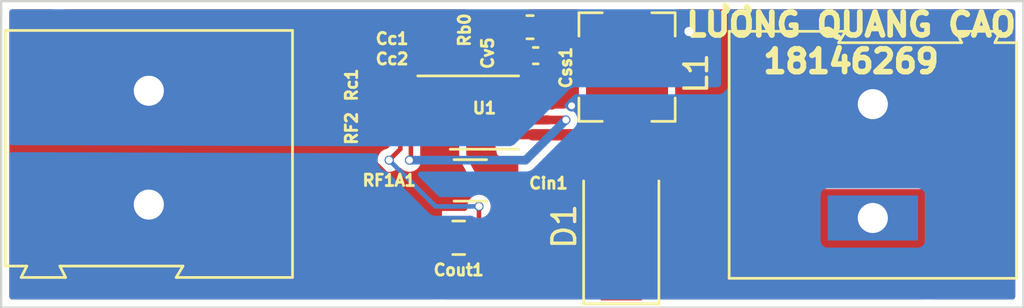
<source format=kicad_pcb>
(kicad_pcb (version 20171130) (host pcbnew "(5.1.8)-1")

  (general
    (thickness 1.6)
    (drawings 5)
    (tracks 76)
    (zones 0)
    (modules 15)
    (nets 10)
  )

  (page A4)
  (layers
    (0 F.Cu signal)
    (31 B.Cu signal)
    (32 B.Adhes user)
    (33 F.Adhes user)
    (34 B.Paste user)
    (35 F.Paste user)
    (36 B.SilkS user)
    (37 F.SilkS user)
    (38 B.Mask user)
    (39 F.Mask user)
    (40 Dwgs.User user)
    (41 Cmts.User user)
    (42 Eco1.User user)
    (43 Eco2.User user)
    (44 Edge.Cuts user)
    (45 Margin user)
    (46 B.CrtYd user)
    (47 F.CrtYd user)
    (48 B.Fab user)
    (49 F.Fab user)
  )

  (setup
    (last_trace_width 0.5)
    (user_trace_width 0.2)
    (user_trace_width 0.3)
    (user_trace_width 0.381)
    (user_trace_width 0.5)
    (trace_clearance 0.2)
    (zone_clearance 0.308)
    (zone_45_only no)
    (trace_min 0.2)
    (via_size 0.8)
    (via_drill 0.4)
    (via_min_size 0.4)
    (via_min_drill 0.3)
    (user_via 0.4 0.3)
    (user_via 0.5 0.3)
    (uvia_size 0.3)
    (uvia_drill 0.1)
    (uvias_allowed no)
    (uvia_min_size 0.2)
    (uvia_min_drill 0.1)
    (edge_width 0.05)
    (segment_width 0.2)
    (pcb_text_width 0.3)
    (pcb_text_size 1.5 1.5)
    (mod_edge_width 0.12)
    (mod_text_size 1 1)
    (mod_text_width 0.15)
    (pad_size 1.524 1.524)
    (pad_drill 0.762)
    (pad_to_mask_clearance 0)
    (aux_axis_origin 0 0)
    (visible_elements FFFFFF7F)
    (pcbplotparams
      (layerselection 0x010fc_ffffffff)
      (usegerberextensions false)
      (usegerberattributes true)
      (usegerberadvancedattributes true)
      (creategerberjobfile true)
      (excludeedgelayer true)
      (linewidth 0.100000)
      (plotframeref false)
      (viasonmask false)
      (mode 1)
      (useauxorigin false)
      (hpglpennumber 1)
      (hpglpenspeed 20)
      (hpglpendiameter 15.000000)
      (psnegative false)
      (psa4output false)
      (plotreference true)
      (plotvalue true)
      (plotinvisibletext false)
      (padsonsilk false)
      (subtractmaskfromsilk false)
      (outputformat 1)
      (mirror false)
      (drillshape 1)
      (scaleselection 1)
      (outputdirectory ""))
  )

  (net 0 "")
  (net 1 "Net-(Cc1-Pad1)")
  (net 2 "Net-(Cc1-Pad2)")
  (net 3 GND)
  (net 4 VIN)
  (net 5 VOUT)
  (net 6 "Net-(Css1-Pad1)")
  (net 7 "Net-(Cv5-Pad1)")
  (net 8 "Net-(D1-Pad2)")
  (net 9 "Net-(RF1A1-Pad1)")

  (net_class Default "This is the default net class."
    (clearance 0.2)
    (trace_width 0.25)
    (via_dia 0.8)
    (via_drill 0.4)
    (uvia_dia 0.3)
    (uvia_drill 0.1)
    (add_net GND)
    (add_net "Net-(Cc1-Pad1)")
    (add_net "Net-(Cc1-Pad2)")
    (add_net "Net-(Css1-Pad1)")
    (add_net "Net-(Cv5-Pad1)")
    (add_net "Net-(D1-Pad2)")
    (add_net "Net-(RF1A1-Pad1)")
    (add_net VIN)
    (add_net VOUT)
  )

  (module Capacitor_SMD:C_01005_0402Metric (layer F.Cu) (tedit 5F68FEEE) (tstamp 5FF278BF)
    (at 108 81.5 180)
    (descr "Capacitor SMD 01005 (0402 Metric), square (rectangular) end terminal, IPC_7351 nominal, (Body size source: http://www.vishay.com/docs/20056/crcw01005e3.pdf), generated with kicad-footprint-generator")
    (tags capacitor)
    (path /5FF21D16)
    (attr smd)
    (fp_text reference Cc1 (at 0.05 1.744) (layer F.SilkS)
      (effects (font (size 0.5 0.5) (thickness 0.125)))
    )
    (fp_text value 3900pF (at 0 1) (layer F.Fab) hide
      (effects (font (size 1 1) (thickness 0.15)))
    )
    (fp_line (start 0.6 0.3) (end -0.6 0.3) (layer F.CrtYd) (width 0.05))
    (fp_line (start 0.6 -0.3) (end 0.6 0.3) (layer F.CrtYd) (width 0.05))
    (fp_line (start -0.6 -0.3) (end 0.6 -0.3) (layer F.CrtYd) (width 0.05))
    (fp_line (start -0.6 0.3) (end -0.6 -0.3) (layer F.CrtYd) (width 0.05))
    (fp_line (start 0.2 0.1) (end -0.2 0.1) (layer F.Fab) (width 0.1))
    (fp_line (start 0.2 -0.1) (end 0.2 0.1) (layer F.Fab) (width 0.1))
    (fp_line (start -0.2 -0.1) (end 0.2 -0.1) (layer F.Fab) (width 0.1))
    (fp_line (start -0.2 0.1) (end -0.2 -0.1) (layer F.Fab) (width 0.1))
    (fp_text user %R (at 0 -0.62) (layer F.Fab)
      (effects (font (size 0.25 0.25) (thickness 0.04)))
    )
    (pad "" smd roundrect (at -0.275 0 180) (size 0.27 0.27) (layers F.Paste) (roundrect_rratio 0.25))
    (pad "" smd roundrect (at 0.275 0 180) (size 0.27 0.27) (layers F.Paste) (roundrect_rratio 0.25))
    (pad 1 smd roundrect (at -0.25 0 180) (size 0.4 0.3) (layers F.Cu F.Mask) (roundrect_rratio 0.25)
      (net 1 "Net-(Cc1-Pad1)"))
    (pad 2 smd roundrect (at 0.25 0 180) (size 0.4 0.3) (layers F.Cu F.Mask) (roundrect_rratio 0.25)
      (net 2 "Net-(Cc1-Pad2)"))
    (model ${KISYS3DMOD}/Capacitor_SMD.3dshapes/C_01005_0402Metric.wrl
      (at (xyz 0 0 0))
      (scale (xyz 1 1 1))
      (rotate (xyz 0 0 0))
    )
  )

  (module Capacitor_SMD:C_01005_0402Metric (layer F.Cu) (tedit 5F68FEEE) (tstamp 5FF278D0)
    (at 108 82.5 180)
    (descr "Capacitor SMD 01005 (0402 Metric), square (rectangular) end terminal, IPC_7351 nominal, (Body size source: http://www.vishay.com/docs/20056/crcw01005e3.pdf), generated with kicad-footprint-generator")
    (tags capacitor)
    (path /5FF24693)
    (attr smd)
    (fp_text reference Cc2 (at 0.05 1.855) (layer F.SilkS)
      (effects (font (size 0.5 0.5) (thickness 0.125)))
    )
    (fp_text value 10pF (at 0 1) (layer F.Fab) hide
      (effects (font (size 1 1) (thickness 0.15)))
    )
    (fp_text user %R (at 0 -0.62) (layer F.Fab)
      (effects (font (size 0.25 0.25) (thickness 0.04)))
    )
    (fp_line (start -0.2 0.1) (end -0.2 -0.1) (layer F.Fab) (width 0.1))
    (fp_line (start -0.2 -0.1) (end 0.2 -0.1) (layer F.Fab) (width 0.1))
    (fp_line (start 0.2 -0.1) (end 0.2 0.1) (layer F.Fab) (width 0.1))
    (fp_line (start 0.2 0.1) (end -0.2 0.1) (layer F.Fab) (width 0.1))
    (fp_line (start -0.6 0.3) (end -0.6 -0.3) (layer F.CrtYd) (width 0.05))
    (fp_line (start -0.6 -0.3) (end 0.6 -0.3) (layer F.CrtYd) (width 0.05))
    (fp_line (start 0.6 -0.3) (end 0.6 0.3) (layer F.CrtYd) (width 0.05))
    (fp_line (start 0.6 0.3) (end -0.6 0.3) (layer F.CrtYd) (width 0.05))
    (pad 2 smd roundrect (at 0.25 0 180) (size 0.4 0.3) (layers F.Cu F.Mask) (roundrect_rratio 0.25)
      (net 3 GND))
    (pad 1 smd roundrect (at -0.25 0 180) (size 0.4 0.3) (layers F.Cu F.Mask) (roundrect_rratio 0.25)
      (net 1 "Net-(Cc1-Pad1)"))
    (pad "" smd roundrect (at 0.275 0 180) (size 0.27 0.27) (layers F.Paste) (roundrect_rratio 0.25))
    (pad "" smd roundrect (at -0.275 0 180) (size 0.27 0.27) (layers F.Paste) (roundrect_rratio 0.25))
    (model ${KISYS3DMOD}/Capacitor_SMD.3dshapes/C_01005_0402Metric.wrl
      (at (xyz 0 0 0))
      (scale (xyz 1 1 1))
      (rotate (xyz 0 0 0))
    )
  )

  (module Capacitor_SMD:C_1206_3216Metric (layer F.Cu) (tedit 5F68FEEE) (tstamp 5FF278E1)
    (at 111.379 85.979 180)
    (descr "Capacitor SMD 1206 (3216 Metric), square (rectangular) end terminal, IPC_7351 nominal, (Body size source: IPC-SM-782 page 76, https://www.pcb-3d.com/wordpress/wp-content/uploads/ipc-sm-782a_amendment_1_and_2.pdf), generated with kicad-footprint-generator")
    (tags capacitor)
    (path /5FF352C4)
    (attr smd)
    (fp_text reference Cin1 (at -3.429 -0.127) (layer F.SilkS)
      (effects (font (size 0.5 0.5) (thickness 0.125)))
    )
    (fp_text value "10uF 6.3V" (at 0 1.85) (layer F.Fab) hide
      (effects (font (size 1 1) (thickness 0.15)))
    )
    (fp_line (start 2.3 1.15) (end -2.3 1.15) (layer F.CrtYd) (width 0.05))
    (fp_line (start 2.3 -1.15) (end 2.3 1.15) (layer F.CrtYd) (width 0.05))
    (fp_line (start -2.3 -1.15) (end 2.3 -1.15) (layer F.CrtYd) (width 0.05))
    (fp_line (start -2.3 1.15) (end -2.3 -1.15) (layer F.CrtYd) (width 0.05))
    (fp_line (start -0.711252 0.91) (end 0.711252 0.91) (layer F.SilkS) (width 0.12))
    (fp_line (start -0.711252 -0.91) (end 0.711252 -0.91) (layer F.SilkS) (width 0.12))
    (fp_line (start 1.6 0.8) (end -1.6 0.8) (layer F.Fab) (width 0.1))
    (fp_line (start 1.6 -0.8) (end 1.6 0.8) (layer F.Fab) (width 0.1))
    (fp_line (start -1.6 -0.8) (end 1.6 -0.8) (layer F.Fab) (width 0.1))
    (fp_line (start -1.6 0.8) (end -1.6 -0.8) (layer F.Fab) (width 0.1))
    (fp_text user %R (at 0 0) (layer F.Fab) hide
      (effects (font (size 0.8 0.8) (thickness 0.12)))
    )
    (pad 1 smd roundrect (at -1.475 0 180) (size 1.15 1.8) (layers F.Cu F.Paste F.Mask) (roundrect_rratio 0.217391)
      (net 4 VIN))
    (pad 2 smd roundrect (at 1.475 0 180) (size 1.15 1.8) (layers F.Cu F.Paste F.Mask) (roundrect_rratio 0.217391)
      (net 3 GND))
    (model ${KISYS3DMOD}/Capacitor_SMD.3dshapes/C_1206_3216Metric.wrl
      (at (xyz 0 0 0))
      (scale (xyz 1 1 1))
      (rotate (xyz 0 0 0))
    )
  )

  (module Capacitor_SMD:C_0805_2012Metric (layer F.Cu) (tedit 5F68FEEE) (tstamp 5FF2ACD0)
    (at 110.871 88.5 180)
    (descr "Capacitor SMD 0805 (2012 Metric), square (rectangular) end terminal, IPC_7351 nominal, (Body size source: IPC-SM-782 page 76, https://www.pcb-3d.com/wordpress/wp-content/uploads/ipc-sm-782a_amendment_1_and_2.pdf, https://docs.google.com/spreadsheets/d/1BsfQQcO9C6DZCsRaXUlFlo91Tg2WpOkGARC1WS5S8t0/edit?usp=sharing), generated with kicad-footprint-generator")
    (tags capacitor)
    (path /5FF3ADA8)
    (attr smd)
    (fp_text reference Cout1 (at 0 -1.416) (layer F.SilkS)
      (effects (font (size 0.5 0.5) (thickness 0.125)))
    )
    (fp_text value "10uF 10V" (at 0 1.68) (layer F.Fab) hide
      (effects (font (size 1 1) (thickness 0.15)))
    )
    (fp_line (start 1.7 0.98) (end -1.7 0.98) (layer F.CrtYd) (width 0.05))
    (fp_line (start 1.7 -0.98) (end 1.7 0.98) (layer F.CrtYd) (width 0.05))
    (fp_line (start -1.7 -0.98) (end 1.7 -0.98) (layer F.CrtYd) (width 0.05))
    (fp_line (start -1.7 0.98) (end -1.7 -0.98) (layer F.CrtYd) (width 0.05))
    (fp_line (start -0.261252 0.735) (end 0.261252 0.735) (layer F.SilkS) (width 0.12))
    (fp_line (start -0.261252 -0.735) (end 0.261252 -0.735) (layer F.SilkS) (width 0.12))
    (fp_line (start 1 0.625) (end -1 0.625) (layer F.Fab) (width 0.1))
    (fp_line (start 1 -0.625) (end 1 0.625) (layer F.Fab) (width 0.1))
    (fp_line (start -1 -0.625) (end 1 -0.625) (layer F.Fab) (width 0.1))
    (fp_line (start -1 0.625) (end -1 -0.625) (layer F.Fab) (width 0.1))
    (fp_text user %R (at 0 0) (layer F.Fab)
      (effects (font (size 0.5 0.5) (thickness 0.08)))
    )
    (pad 1 smd roundrect (at -0.95 0 180) (size 1 1.45) (layers F.Cu F.Paste F.Mask) (roundrect_rratio 0.25)
      (net 5 VOUT))
    (pad 2 smd roundrect (at 0.95 0 180) (size 1 1.45) (layers F.Cu F.Paste F.Mask) (roundrect_rratio 0.25)
      (net 3 GND))
    (model ${KISYS3DMOD}/Capacitor_SMD.3dshapes/C_0805_2012Metric.wrl
      (at (xyz 0 0 0))
      (scale (xyz 1 1 1))
      (rotate (xyz 0 0 0))
    )
  )

  (module Capacitor_SMD:C_0402_1005Metric (layer F.Cu) (tedit 5F68FEEE) (tstamp 5FF27903)
    (at 114.25 80.5)
    (descr "Capacitor SMD 0402 (1005 Metric), square (rectangular) end terminal, IPC_7351 nominal, (Body size source: IPC-SM-782 page 76, https://www.pcb-3d.com/wordpress/wp-content/uploads/ipc-sm-782a_amendment_1_and_2.pdf), generated with kicad-footprint-generator")
    (tags capacitor)
    (path /5FF2FA73)
    (attr smd)
    (fp_text reference Css1 (at 1.32 0.526 90) (layer F.SilkS)
      (effects (font (size 0.5 0.5) (thickness 0.125)))
    )
    (fp_text value 10nF (at 0 1.16) (layer F.Fab) hide
      (effects (font (size 1 1) (thickness 0.15)))
    )
    (fp_line (start 0.91 0.46) (end -0.91 0.46) (layer F.CrtYd) (width 0.05))
    (fp_line (start 0.91 -0.46) (end 0.91 0.46) (layer F.CrtYd) (width 0.05))
    (fp_line (start -0.91 -0.46) (end 0.91 -0.46) (layer F.CrtYd) (width 0.05))
    (fp_line (start -0.91 0.46) (end -0.91 -0.46) (layer F.CrtYd) (width 0.05))
    (fp_line (start -0.107836 0.36) (end 0.107836 0.36) (layer F.SilkS) (width 0.12))
    (fp_line (start -0.107836 -0.36) (end 0.107836 -0.36) (layer F.SilkS) (width 0.12))
    (fp_line (start 0.5 0.25) (end -0.5 0.25) (layer F.Fab) (width 0.1))
    (fp_line (start 0.5 -0.25) (end 0.5 0.25) (layer F.Fab) (width 0.1))
    (fp_line (start -0.5 -0.25) (end 0.5 -0.25) (layer F.Fab) (width 0.1))
    (fp_line (start -0.5 0.25) (end -0.5 -0.25) (layer F.Fab) (width 0.1))
    (fp_text user %R (at 0 0) (layer F.Fab)
      (effects (font (size 0.25 0.25) (thickness 0.04)))
    )
    (pad 1 smd roundrect (at -0.48 0) (size 0.56 0.62) (layers F.Cu F.Paste F.Mask) (roundrect_rratio 0.25)
      (net 6 "Net-(Css1-Pad1)"))
    (pad 2 smd roundrect (at 0.48 0) (size 0.56 0.62) (layers F.Cu F.Paste F.Mask) (roundrect_rratio 0.25)
      (net 3 GND))
    (model ${KISYS3DMOD}/Capacitor_SMD.3dshapes/C_0402_1005Metric.wrl
      (at (xyz 0 0 0))
      (scale (xyz 1 1 1))
      (rotate (xyz 0 0 0))
    )
  )

  (module Capacitor_SMD:C_0603_1608Metric (layer F.Cu) (tedit 5F68FEEE) (tstamp 5FF27914)
    (at 114 79.25)
    (descr "Capacitor SMD 0603 (1608 Metric), square (rectangular) end terminal, IPC_7351 nominal, (Body size source: IPC-SM-782 page 76, https://www.pcb-3d.com/wordpress/wp-content/uploads/ipc-sm-782a_amendment_1_and_2.pdf), generated with kicad-footprint-generator")
    (tags capacitor)
    (path /5FF2EF14)
    (attr smd)
    (fp_text reference Cv5 (at -1.859 1.141 270) (layer F.SilkS)
      (effects (font (size 0.5 0.5) (thickness 0.125)))
    )
    (fp_text value "1uF 10V" (at 2 1.43) (layer F.Fab) hide
      (effects (font (size 1 1) (thickness 0.15)))
    )
    (fp_line (start 1.48 0.73) (end -1.48 0.73) (layer F.CrtYd) (width 0.05))
    (fp_line (start 1.48 -0.73) (end 1.48 0.73) (layer F.CrtYd) (width 0.05))
    (fp_line (start -1.48 -0.73) (end 1.48 -0.73) (layer F.CrtYd) (width 0.05))
    (fp_line (start -1.48 0.73) (end -1.48 -0.73) (layer F.CrtYd) (width 0.05))
    (fp_line (start -0.14058 0.51) (end 0.14058 0.51) (layer F.SilkS) (width 0.12))
    (fp_line (start -0.14058 -0.51) (end 0.14058 -0.51) (layer F.SilkS) (width 0.12))
    (fp_line (start 0.8 0.4) (end -0.8 0.4) (layer F.Fab) (width 0.1))
    (fp_line (start 0.8 -0.4) (end 0.8 0.4) (layer F.Fab) (width 0.1))
    (fp_line (start -0.8 -0.4) (end 0.8 -0.4) (layer F.Fab) (width 0.1))
    (fp_line (start -0.8 0.4) (end -0.8 -0.4) (layer F.Fab) (width 0.1))
    (fp_text user %R (at 0 0) (layer F.Fab)
      (effects (font (size 0.4 0.4) (thickness 0.06)))
    )
    (pad 1 smd roundrect (at -0.775 0) (size 0.9 0.95) (layers F.Cu F.Paste F.Mask) (roundrect_rratio 0.25)
      (net 7 "Net-(Cv5-Pad1)"))
    (pad 2 smd roundrect (at 0.775 0) (size 0.9 0.95) (layers F.Cu F.Paste F.Mask) (roundrect_rratio 0.25)
      (net 3 GND))
    (model ${KISYS3DMOD}/Capacitor_SMD.3dshapes/C_0603_1608Metric.wrl
      (at (xyz 0 0 0))
      (scale (xyz 1 1 1))
      (rotate (xyz 0 0 0))
    )
  )

  (module Diode_SMD:D_SMA (layer F.Cu) (tedit 586432E5) (tstamp 5FF2792C)
    (at 118 88 90)
    (descr "Diode SMA (DO-214AC)")
    (tags "Diode SMA (DO-214AC)")
    (path /5FF38666)
    (attr smd)
    (fp_text reference D1 (at 0 -2.5 90) (layer F.SilkS)
      (effects (font (size 1 1) (thickness 0.15)))
    )
    (fp_text value B240A (at 0 2.6 90) (layer F.Fab) hide
      (effects (font (size 1 1) (thickness 0.15)))
    )
    (fp_line (start -3.4 -1.65) (end 2 -1.65) (layer F.SilkS) (width 0.12))
    (fp_line (start -3.4 1.65) (end 2 1.65) (layer F.SilkS) (width 0.12))
    (fp_line (start -0.64944 0.00102) (end 0.50118 -0.79908) (layer F.Fab) (width 0.1))
    (fp_line (start -0.64944 0.00102) (end 0.50118 0.75032) (layer F.Fab) (width 0.1))
    (fp_line (start 0.50118 0.75032) (end 0.50118 -0.79908) (layer F.Fab) (width 0.1))
    (fp_line (start -0.64944 -0.79908) (end -0.64944 0.80112) (layer F.Fab) (width 0.1))
    (fp_line (start 0.50118 0.00102) (end 1.4994 0.00102) (layer F.Fab) (width 0.1))
    (fp_line (start -0.64944 0.00102) (end -1.55114 0.00102) (layer F.Fab) (width 0.1))
    (fp_line (start -3.5 1.75) (end -3.5 -1.75) (layer F.CrtYd) (width 0.05))
    (fp_line (start 3.5 1.75) (end -3.5 1.75) (layer F.CrtYd) (width 0.05))
    (fp_line (start 3.5 -1.75) (end 3.5 1.75) (layer F.CrtYd) (width 0.05))
    (fp_line (start -3.5 -1.75) (end 3.5 -1.75) (layer F.CrtYd) (width 0.05))
    (fp_line (start 2.3 -1.5) (end -2.3 -1.5) (layer F.Fab) (width 0.1))
    (fp_line (start 2.3 -1.5) (end 2.3 1.5) (layer F.Fab) (width 0.1))
    (fp_line (start -2.3 1.5) (end -2.3 -1.5) (layer F.Fab) (width 0.1))
    (fp_line (start 2.3 1.5) (end -2.3 1.5) (layer F.Fab) (width 0.1))
    (fp_line (start -3.4 -1.65) (end -3.4 1.65) (layer F.SilkS) (width 0.12))
    (fp_text user %R (at 0 -2.5 90) (layer F.Fab)
      (effects (font (size 1 1) (thickness 0.15)))
    )
    (pad 1 smd rect (at -2 0 90) (size 2.5 1.8) (layers F.Cu F.Paste F.Mask)
      (net 5 VOUT))
    (pad 2 smd rect (at 2 0 90) (size 2.5 1.8) (layers F.Cu F.Paste F.Mask)
      (net 8 "Net-(D1-Pad2)"))
    (model ${KISYS3DMOD}/Diode_SMD.3dshapes/D_SMA.wrl
      (at (xyz 0 0 0))
      (scale (xyz 1 1 1))
      (rotate (xyz 0 0 0))
    )
  )

  (module TerminalBlock:TerminalBlock_Altech_AK300-2_P5.00mm (layer F.Cu) (tedit 59FF0306) (tstamp 5FF27993)
    (at 97.282 82.042 270)
    (descr "Altech AK300 terminal block, pitch 5.0mm, 45 degree angled, see http://www.mouser.com/ds/2/16/PCBMETRC-24178.pdf")
    (tags "Altech AK300 terminal block pitch 5.0mm")
    (path /5FF2AF99)
    (fp_text reference J1 (at 3.683 -2.921 90) (layer F.SilkS) hide
      (effects (font (size 1 1) (thickness 0.15)))
    )
    (fp_text value INPUT (at 2.78 7.75 90) (layer F.Fab) hide
      (effects (font (size 1 1) (thickness 0.15)))
    )
    (fp_line (start 8.36 6.47) (end -2.83 6.47) (layer F.CrtYd) (width 0.05))
    (fp_line (start 8.36 6.47) (end 8.36 -6.47) (layer F.CrtYd) (width 0.05))
    (fp_line (start -2.83 -6.47) (end -2.83 6.47) (layer F.CrtYd) (width 0.05))
    (fp_line (start -2.83 -6.47) (end 8.36 -6.47) (layer F.CrtYd) (width 0.05))
    (fp_line (start 3.36 -0.25) (end 6.67 -0.25) (layer F.Fab) (width 0.1))
    (fp_line (start 2.98 -0.25) (end 3.36 -0.25) (layer F.Fab) (width 0.1))
    (fp_line (start 7.05 -0.25) (end 6.67 -0.25) (layer F.Fab) (width 0.1))
    (fp_line (start 6.67 -0.64) (end 3.36 -0.64) (layer F.Fab) (width 0.1))
    (fp_line (start 7.61 -0.64) (end 6.67 -0.64) (layer F.Fab) (width 0.1))
    (fp_line (start 1.66 -0.64) (end 3.36 -0.64) (layer F.Fab) (width 0.1))
    (fp_line (start -1.64 -0.64) (end 1.66 -0.64) (layer F.Fab) (width 0.1))
    (fp_line (start -2.58 -0.64) (end -1.64 -0.64) (layer F.Fab) (width 0.1))
    (fp_line (start 1.66 -0.25) (end -1.64 -0.25) (layer F.Fab) (width 0.1))
    (fp_line (start 2.04 -0.25) (end 1.66 -0.25) (layer F.Fab) (width 0.1))
    (fp_line (start -2.02 -0.25) (end -1.64 -0.25) (layer F.Fab) (width 0.1))
    (fp_line (start -1.49 -4.32) (end 1.56 -4.95) (layer F.Fab) (width 0.1))
    (fp_line (start -1.62 -4.45) (end 1.44 -5.08) (layer F.Fab) (width 0.1))
    (fp_line (start 3.52 -4.32) (end 6.56 -4.95) (layer F.Fab) (width 0.1))
    (fp_line (start 3.39 -4.45) (end 6.44 -5.08) (layer F.Fab) (width 0.1))
    (fp_line (start 2.04 -5.97) (end -2.02 -5.97) (layer F.Fab) (width 0.1))
    (fp_line (start -2.02 -3.43) (end -2.02 -5.97) (layer F.Fab) (width 0.1))
    (fp_line (start 2.04 -3.43) (end -2.02 -3.43) (layer F.Fab) (width 0.1))
    (fp_line (start 2.04 -3.43) (end 2.04 -5.97) (layer F.Fab) (width 0.1))
    (fp_line (start 7.05 -3.43) (end 2.98 -3.43) (layer F.Fab) (width 0.1))
    (fp_line (start 7.05 -5.97) (end 7.05 -3.43) (layer F.Fab) (width 0.1))
    (fp_line (start 2.98 -5.97) (end 7.05 -5.97) (layer F.Fab) (width 0.1))
    (fp_line (start 2.98 -3.43) (end 2.98 -5.97) (layer F.Fab) (width 0.1))
    (fp_line (start 7.61 -3.17) (end 7.61 -1.65) (layer F.Fab) (width 0.1))
    (fp_line (start -2.58 -3.17) (end -2.58 -6.22) (layer F.Fab) (width 0.1))
    (fp_line (start -2.58 -3.17) (end 7.61 -3.17) (layer F.Fab) (width 0.1))
    (fp_line (start 7.61 -0.64) (end 7.61 4.06) (layer F.Fab) (width 0.1))
    (fp_line (start 7.61 -1.65) (end 7.61 -0.64) (layer F.Fab) (width 0.1))
    (fp_line (start -2.58 -0.64) (end -2.58 -3.17) (layer F.Fab) (width 0.1))
    (fp_line (start -2.58 6.22) (end -2.58 -0.64) (layer F.Fab) (width 0.1))
    (fp_line (start 6.67 0.51) (end 6.28 0.51) (layer F.Fab) (width 0.1))
    (fp_line (start 3.36 0.51) (end 3.74 0.51) (layer F.Fab) (width 0.1))
    (fp_line (start 1.66 0.51) (end 1.28 0.51) (layer F.Fab) (width 0.1))
    (fp_line (start -1.64 0.51) (end -1.26 0.51) (layer F.Fab) (width 0.1))
    (fp_line (start -1.64 3.68) (end -1.64 0.51) (layer F.Fab) (width 0.1))
    (fp_line (start 1.66 3.68) (end -1.64 3.68) (layer F.Fab) (width 0.1))
    (fp_line (start 1.66 3.68) (end 1.66 0.51) (layer F.Fab) (width 0.1))
    (fp_line (start 3.36 3.68) (end 3.36 0.51) (layer F.Fab) (width 0.1))
    (fp_line (start 6.67 3.68) (end 3.36 3.68) (layer F.Fab) (width 0.1))
    (fp_line (start 6.67 3.68) (end 6.67 0.51) (layer F.Fab) (width 0.1))
    (fp_line (start -2.02 4.32) (end -2.02 6.22) (layer F.Fab) (width 0.1))
    (fp_line (start 2.04 4.32) (end 2.04 -0.25) (layer F.Fab) (width 0.1))
    (fp_line (start 2.04 4.32) (end -2.02 4.32) (layer F.Fab) (width 0.1))
    (fp_line (start 7.05 4.32) (end 7.05 6.22) (layer F.Fab) (width 0.1))
    (fp_line (start 2.98 4.32) (end 2.98 -0.25) (layer F.Fab) (width 0.1))
    (fp_line (start 2.98 4.32) (end 7.05 4.32) (layer F.Fab) (width 0.1))
    (fp_line (start -2.02 6.22) (end 2.04 6.22) (layer F.Fab) (width 0.1))
    (fp_line (start -2.58 6.22) (end -2.02 6.22) (layer F.Fab) (width 0.1))
    (fp_line (start -2.02 -0.25) (end -2.02 4.32) (layer F.Fab) (width 0.1))
    (fp_line (start 2.04 6.22) (end 2.98 6.22) (layer F.Fab) (width 0.1))
    (fp_line (start 2.04 6.22) (end 2.04 4.32) (layer F.Fab) (width 0.1))
    (fp_line (start 7.05 6.22) (end 7.61 6.22) (layer F.Fab) (width 0.1))
    (fp_line (start 2.98 6.22) (end 7.05 6.22) (layer F.Fab) (width 0.1))
    (fp_line (start 7.05 -0.25) (end 7.05 4.32) (layer F.Fab) (width 0.1))
    (fp_line (start 2.98 6.22) (end 2.98 4.32) (layer F.Fab) (width 0.1))
    (fp_line (start 8.11 3.81) (end 8.11 5.46) (layer F.Fab) (width 0.1))
    (fp_line (start 7.61 4.06) (end 7.61 5.21) (layer F.Fab) (width 0.1))
    (fp_line (start 8.11 3.81) (end 7.61 4.06) (layer F.Fab) (width 0.1))
    (fp_line (start 7.61 5.21) (end 7.61 6.22) (layer F.Fab) (width 0.1))
    (fp_line (start 8.11 5.46) (end 7.61 5.21) (layer F.Fab) (width 0.1))
    (fp_line (start 8.11 -1.4) (end 7.61 -1.65) (layer F.Fab) (width 0.1))
    (fp_line (start 8.11 -6.22) (end 8.11 -1.4) (layer F.Fab) (width 0.1))
    (fp_line (start 7.61 -6.22) (end 8.11 -6.22) (layer F.Fab) (width 0.1))
    (fp_line (start 7.61 -6.22) (end -2.58 -6.22) (layer F.Fab) (width 0.1))
    (fp_line (start 7.61 -6.22) (end 7.61 -3.17) (layer F.Fab) (width 0.1))
    (fp_line (start 3.74 2.54) (end 3.74 -0.25) (layer F.Fab) (width 0.1))
    (fp_line (start 3.74 -0.25) (end 6.28 -0.25) (layer F.Fab) (width 0.1))
    (fp_line (start 6.28 2.54) (end 6.28 -0.25) (layer F.Fab) (width 0.1))
    (fp_line (start 3.74 2.54) (end 6.28 2.54) (layer F.Fab) (width 0.1))
    (fp_line (start -1.26 2.54) (end -1.26 -0.25) (layer F.Fab) (width 0.1))
    (fp_line (start -1.26 -0.25) (end 1.28 -0.25) (layer F.Fab) (width 0.1))
    (fp_line (start 1.28 2.54) (end 1.28 -0.25) (layer F.Fab) (width 0.1))
    (fp_line (start -1.26 2.54) (end 1.28 2.54) (layer F.Fab) (width 0.1))
    (fp_line (start 8.2 -6.3) (end -2.65 -6.3) (layer F.SilkS) (width 0.12))
    (fp_line (start 8.2 -1.2) (end 8.2 -6.3) (layer F.SilkS) (width 0.12))
    (fp_line (start 7.7 -1.5) (end 8.2 -1.2) (layer F.SilkS) (width 0.12))
    (fp_line (start 7.7 3.9) (end 7.7 -1.5) (layer F.SilkS) (width 0.12))
    (fp_line (start 8.2 3.65) (end 7.7 3.9) (layer F.SilkS) (width 0.12))
    (fp_line (start 8.2 3.7) (end 8.2 3.65) (layer F.SilkS) (width 0.12))
    (fp_line (start 8.2 5.6) (end 8.2 3.7) (layer F.SilkS) (width 0.12))
    (fp_line (start 7.7 5.35) (end 8.2 5.6) (layer F.SilkS) (width 0.12))
    (fp_line (start 7.7 6.3) (end 7.7 5.35) (layer F.SilkS) (width 0.12))
    (fp_line (start -2.65 6.3) (end 7.7 6.3) (layer F.SilkS) (width 0.12))
    (fp_line (start -2.65 -6.3) (end -2.65 6.3) (layer F.SilkS) (width 0.12))
    (fp_text user %R (at 2.5 -2 90) (layer F.Fab)
      (effects (font (size 1 1) (thickness 0.15)))
    )
    (fp_arc (start 6.03 -4.59) (end 6.54 -5.05) (angle 90.5) (layer F.Fab) (width 0.1))
    (fp_arc (start 5.07 -6.07) (end 6.53 -4.12) (angle 75.5) (layer F.Fab) (width 0.1))
    (fp_arc (start 4.99 -3.71) (end 3.39 -5) (angle 100) (layer F.Fab) (width 0.1))
    (fp_arc (start 3.87 -4.65) (end 3.58 -4.13) (angle 104.2) (layer F.Fab) (width 0.1))
    (fp_arc (start 1.03 -4.59) (end 1.53 -5.05) (angle 90.5) (layer F.Fab) (width 0.1))
    (fp_arc (start 0.06 -6.07) (end 1.53 -4.12) (angle 75.5) (layer F.Fab) (width 0.1))
    (fp_arc (start -0.01 -3.71) (end -1.62 -5) (angle 100) (layer F.Fab) (width 0.1))
    (fp_arc (start -1.13 -4.65) (end -1.42 -4.13) (angle 104.2) (layer F.Fab) (width 0.1))
    (pad 1 thru_hole rect (at 0 0 270) (size 1.98 3.96) (drill 1.32) (layers *.Cu *.Mask)
      (net 4 VIN))
    (pad 2 thru_hole oval (at 5 0 270) (size 1.98 3.96) (drill 1.32) (layers *.Cu *.Mask)
      (net 3 GND))
    (model ${KISYS3DMOD}/TerminalBlock.3dshapes/TerminalBlock_Altech_AK300-2_P5.00mm.wrl
      (at (xyz 0 0 0))
      (scale (xyz 1 1 1))
      (rotate (xyz 0 0 0))
    )
    (model "D:/3D model/Terminal/DG127-5.0_5.08-xxp-14-00H/STEP/DG127-5.0-xxP (pitch 5.0mm)/DG127-5.0-02P-4Y-00AH.STEP"
      (at (xyz 0 0 0))
      (scale (xyz 1 1 1))
      (rotate (xyz -90 0 0))
    )
  )

  (module TerminalBlock:TerminalBlock_Altech_AK300-2_P5.00mm (layer F.Cu) (tedit 59FF0306) (tstamp 5FF279FA)
    (at 129.032 87.63 90)
    (descr "Altech AK300 terminal block, pitch 5.0mm, 45 degree angled, see http://www.mouser.com/ds/2/16/PCBMETRC-24178.pdf")
    (tags "Altech AK300 terminal block pitch 5.0mm")
    (path /5FF2BF9B)
    (fp_text reference J2 (at -1.92 -6.99 90) (layer F.SilkS) hide
      (effects (font (size 1 1) (thickness 0.15)))
    )
    (fp_text value OUTPUT (at 2.78 7.75 90) (layer F.Fab) hide
      (effects (font (size 1 1) (thickness 0.15)))
    )
    (fp_arc (start -1.13 -4.65) (end -1.42 -4.13) (angle 104.2) (layer F.Fab) (width 0.1))
    (fp_arc (start -0.01 -3.71) (end -1.62 -5) (angle 100) (layer F.Fab) (width 0.1))
    (fp_arc (start 0.06 -6.07) (end 1.53 -4.12) (angle 75.5) (layer F.Fab) (width 0.1))
    (fp_arc (start 1.03 -4.59) (end 1.53 -5.05) (angle 90.5) (layer F.Fab) (width 0.1))
    (fp_arc (start 3.87 -4.65) (end 3.58 -4.13) (angle 104.2) (layer F.Fab) (width 0.1))
    (fp_arc (start 4.99 -3.71) (end 3.39 -5) (angle 100) (layer F.Fab) (width 0.1))
    (fp_arc (start 5.07 -6.07) (end 6.53 -4.12) (angle 75.5) (layer F.Fab) (width 0.1))
    (fp_arc (start 6.03 -4.59) (end 6.54 -5.05) (angle 90.5) (layer F.Fab) (width 0.1))
    (fp_text user %R (at 2.5 -2 90) (layer F.Fab)
      (effects (font (size 1 1) (thickness 0.15)))
    )
    (fp_line (start -2.65 -6.3) (end -2.65 6.3) (layer F.SilkS) (width 0.12))
    (fp_line (start -2.65 6.3) (end 7.7 6.3) (layer F.SilkS) (width 0.12))
    (fp_line (start 7.7 6.3) (end 7.7 5.35) (layer F.SilkS) (width 0.12))
    (fp_line (start 7.7 5.35) (end 8.2 5.6) (layer F.SilkS) (width 0.12))
    (fp_line (start 8.2 5.6) (end 8.2 3.7) (layer F.SilkS) (width 0.12))
    (fp_line (start 8.2 3.7) (end 8.2 3.65) (layer F.SilkS) (width 0.12))
    (fp_line (start 8.2 3.65) (end 7.7 3.9) (layer F.SilkS) (width 0.12))
    (fp_line (start 7.7 3.9) (end 7.7 -1.5) (layer F.SilkS) (width 0.12))
    (fp_line (start 7.7 -1.5) (end 8.2 -1.2) (layer F.SilkS) (width 0.12))
    (fp_line (start 8.2 -1.2) (end 8.2 -6.3) (layer F.SilkS) (width 0.12))
    (fp_line (start 8.2 -6.3) (end -2.65 -6.3) (layer F.SilkS) (width 0.12))
    (fp_line (start -1.26 2.54) (end 1.28 2.54) (layer F.Fab) (width 0.1))
    (fp_line (start 1.28 2.54) (end 1.28 -0.25) (layer F.Fab) (width 0.1))
    (fp_line (start -1.26 -0.25) (end 1.28 -0.25) (layer F.Fab) (width 0.1))
    (fp_line (start -1.26 2.54) (end -1.26 -0.25) (layer F.Fab) (width 0.1))
    (fp_line (start 3.74 2.54) (end 6.28 2.54) (layer F.Fab) (width 0.1))
    (fp_line (start 6.28 2.54) (end 6.28 -0.25) (layer F.Fab) (width 0.1))
    (fp_line (start 3.74 -0.25) (end 6.28 -0.25) (layer F.Fab) (width 0.1))
    (fp_line (start 3.74 2.54) (end 3.74 -0.25) (layer F.Fab) (width 0.1))
    (fp_line (start 7.61 -6.22) (end 7.61 -3.17) (layer F.Fab) (width 0.1))
    (fp_line (start 7.61 -6.22) (end -2.58 -6.22) (layer F.Fab) (width 0.1))
    (fp_line (start 7.61 -6.22) (end 8.11 -6.22) (layer F.Fab) (width 0.1))
    (fp_line (start 8.11 -6.22) (end 8.11 -1.4) (layer F.Fab) (width 0.1))
    (fp_line (start 8.11 -1.4) (end 7.61 -1.65) (layer F.Fab) (width 0.1))
    (fp_line (start 8.11 5.46) (end 7.61 5.21) (layer F.Fab) (width 0.1))
    (fp_line (start 7.61 5.21) (end 7.61 6.22) (layer F.Fab) (width 0.1))
    (fp_line (start 8.11 3.81) (end 7.61 4.06) (layer F.Fab) (width 0.1))
    (fp_line (start 7.61 4.06) (end 7.61 5.21) (layer F.Fab) (width 0.1))
    (fp_line (start 8.11 3.81) (end 8.11 5.46) (layer F.Fab) (width 0.1))
    (fp_line (start 2.98 6.22) (end 2.98 4.32) (layer F.Fab) (width 0.1))
    (fp_line (start 7.05 -0.25) (end 7.05 4.32) (layer F.Fab) (width 0.1))
    (fp_line (start 2.98 6.22) (end 7.05 6.22) (layer F.Fab) (width 0.1))
    (fp_line (start 7.05 6.22) (end 7.61 6.22) (layer F.Fab) (width 0.1))
    (fp_line (start 2.04 6.22) (end 2.04 4.32) (layer F.Fab) (width 0.1))
    (fp_line (start 2.04 6.22) (end 2.98 6.22) (layer F.Fab) (width 0.1))
    (fp_line (start -2.02 -0.25) (end -2.02 4.32) (layer F.Fab) (width 0.1))
    (fp_line (start -2.58 6.22) (end -2.02 6.22) (layer F.Fab) (width 0.1))
    (fp_line (start -2.02 6.22) (end 2.04 6.22) (layer F.Fab) (width 0.1))
    (fp_line (start 2.98 4.32) (end 7.05 4.32) (layer F.Fab) (width 0.1))
    (fp_line (start 2.98 4.32) (end 2.98 -0.25) (layer F.Fab) (width 0.1))
    (fp_line (start 7.05 4.32) (end 7.05 6.22) (layer F.Fab) (width 0.1))
    (fp_line (start 2.04 4.32) (end -2.02 4.32) (layer F.Fab) (width 0.1))
    (fp_line (start 2.04 4.32) (end 2.04 -0.25) (layer F.Fab) (width 0.1))
    (fp_line (start -2.02 4.32) (end -2.02 6.22) (layer F.Fab) (width 0.1))
    (fp_line (start 6.67 3.68) (end 6.67 0.51) (layer F.Fab) (width 0.1))
    (fp_line (start 6.67 3.68) (end 3.36 3.68) (layer F.Fab) (width 0.1))
    (fp_line (start 3.36 3.68) (end 3.36 0.51) (layer F.Fab) (width 0.1))
    (fp_line (start 1.66 3.68) (end 1.66 0.51) (layer F.Fab) (width 0.1))
    (fp_line (start 1.66 3.68) (end -1.64 3.68) (layer F.Fab) (width 0.1))
    (fp_line (start -1.64 3.68) (end -1.64 0.51) (layer F.Fab) (width 0.1))
    (fp_line (start -1.64 0.51) (end -1.26 0.51) (layer F.Fab) (width 0.1))
    (fp_line (start 1.66 0.51) (end 1.28 0.51) (layer F.Fab) (width 0.1))
    (fp_line (start 3.36 0.51) (end 3.74 0.51) (layer F.Fab) (width 0.1))
    (fp_line (start 6.67 0.51) (end 6.28 0.51) (layer F.Fab) (width 0.1))
    (fp_line (start -2.58 6.22) (end -2.58 -0.64) (layer F.Fab) (width 0.1))
    (fp_line (start -2.58 -0.64) (end -2.58 -3.17) (layer F.Fab) (width 0.1))
    (fp_line (start 7.61 -1.65) (end 7.61 -0.64) (layer F.Fab) (width 0.1))
    (fp_line (start 7.61 -0.64) (end 7.61 4.06) (layer F.Fab) (width 0.1))
    (fp_line (start -2.58 -3.17) (end 7.61 -3.17) (layer F.Fab) (width 0.1))
    (fp_line (start -2.58 -3.17) (end -2.58 -6.22) (layer F.Fab) (width 0.1))
    (fp_line (start 7.61 -3.17) (end 7.61 -1.65) (layer F.Fab) (width 0.1))
    (fp_line (start 2.98 -3.43) (end 2.98 -5.97) (layer F.Fab) (width 0.1))
    (fp_line (start 2.98 -5.97) (end 7.05 -5.97) (layer F.Fab) (width 0.1))
    (fp_line (start 7.05 -5.97) (end 7.05 -3.43) (layer F.Fab) (width 0.1))
    (fp_line (start 7.05 -3.43) (end 2.98 -3.43) (layer F.Fab) (width 0.1))
    (fp_line (start 2.04 -3.43) (end 2.04 -5.97) (layer F.Fab) (width 0.1))
    (fp_line (start 2.04 -3.43) (end -2.02 -3.43) (layer F.Fab) (width 0.1))
    (fp_line (start -2.02 -3.43) (end -2.02 -5.97) (layer F.Fab) (width 0.1))
    (fp_line (start 2.04 -5.97) (end -2.02 -5.97) (layer F.Fab) (width 0.1))
    (fp_line (start 3.39 -4.45) (end 6.44 -5.08) (layer F.Fab) (width 0.1))
    (fp_line (start 3.52 -4.32) (end 6.56 -4.95) (layer F.Fab) (width 0.1))
    (fp_line (start -1.62 -4.45) (end 1.44 -5.08) (layer F.Fab) (width 0.1))
    (fp_line (start -1.49 -4.32) (end 1.56 -4.95) (layer F.Fab) (width 0.1))
    (fp_line (start -2.02 -0.25) (end -1.64 -0.25) (layer F.Fab) (width 0.1))
    (fp_line (start 2.04 -0.25) (end 1.66 -0.25) (layer F.Fab) (width 0.1))
    (fp_line (start 1.66 -0.25) (end -1.64 -0.25) (layer F.Fab) (width 0.1))
    (fp_line (start -2.58 -0.64) (end -1.64 -0.64) (layer F.Fab) (width 0.1))
    (fp_line (start -1.64 -0.64) (end 1.66 -0.64) (layer F.Fab) (width 0.1))
    (fp_line (start 1.66 -0.64) (end 3.36 -0.64) (layer F.Fab) (width 0.1))
    (fp_line (start 7.61 -0.64) (end 6.67 -0.64) (layer F.Fab) (width 0.1))
    (fp_line (start 6.67 -0.64) (end 3.36 -0.64) (layer F.Fab) (width 0.1))
    (fp_line (start 7.05 -0.25) (end 6.67 -0.25) (layer F.Fab) (width 0.1))
    (fp_line (start 2.98 -0.25) (end 3.36 -0.25) (layer F.Fab) (width 0.1))
    (fp_line (start 3.36 -0.25) (end 6.67 -0.25) (layer F.Fab) (width 0.1))
    (fp_line (start -2.83 -6.47) (end 8.36 -6.47) (layer F.CrtYd) (width 0.05))
    (fp_line (start -2.83 -6.47) (end -2.83 6.47) (layer F.CrtYd) (width 0.05))
    (fp_line (start 8.36 6.47) (end 8.36 -6.47) (layer F.CrtYd) (width 0.05))
    (fp_line (start 8.36 6.47) (end -2.83 6.47) (layer F.CrtYd) (width 0.05))
    (pad 2 thru_hole oval (at 5 0 90) (size 1.98 3.96) (drill 1.32) (layers *.Cu *.Mask)
      (net 3 GND))
    (pad 1 thru_hole rect (at 0 0 90) (size 1.98 3.96) (drill 1.32) (layers *.Cu *.Mask)
      (net 5 VOUT))
    (model ${KISYS3DMOD}/TerminalBlock.3dshapes/TerminalBlock_Altech_AK300-2_P5.00mm.wrl
      (at (xyz 0 0 0))
      (scale (xyz 1 1 1))
      (rotate (xyz 0 0 0))
    )
    (model "D:/3D model/Terminal/DG127-5.0_5.08-xxp-14-00H/STEP/DG127-5.0-xxP (pitch 5.0mm)/DG127-5.0-02P-4Y-00AH.STEP"
      (at (xyz 0 0 0))
      (scale (xyz 1 1 1))
      (rotate (xyz -90 0 0))
    )
  )

  (module Inductor_SMD:L_Bourns-SRN4018 (layer F.Cu) (tedit 5B471911) (tstamp 5FF27A11)
    (at 118.254 81 270)
    (descr "Bourns SRN4018 series SMD inductor, https://www.bourns.com/docs/Product-Datasheets/SRN4018.pdf")
    (tags "Bourns SRN4018 SMD inductor")
    (path /5FF211E8)
    (attr smd)
    (fp_text reference L1 (at 0.28 -3.031 90) (layer F.SilkS)
      (effects (font (size 1 1) (thickness 0.15)))
    )
    (fp_text value 3.9uH (at 0 -3.1 90) (layer F.Fab) hide
      (effects (font (size 1 1) (thickness 0.15)))
    )
    (fp_line (start -2.53 -2.25) (end -2.53 2.25) (layer F.CrtYd) (width 0.05))
    (fp_line (start -2.53 2.25) (end 2.53 2.25) (layer F.CrtYd) (width 0.05))
    (fp_line (start 2.53 -2.25) (end 2.53 2.25) (layer F.CrtYd) (width 0.05))
    (fp_line (start -2.53 -2.25) (end 2.53 -2.25) (layer F.CrtYd) (width 0.05))
    (fp_line (start -2.385 2.11) (end -1.36 2.11) (layer F.SilkS) (width 0.12))
    (fp_line (start 2.385 2.11) (end 1.36 2.11) (layer F.SilkS) (width 0.12))
    (fp_line (start -2.385 2.11) (end -2.385 1.085) (layer F.SilkS) (width 0.12))
    (fp_line (start 2.385 2.11) (end 2.385 1.085) (layer F.SilkS) (width 0.12))
    (fp_line (start 2.385 -2.11) (end 2.385 -1.085) (layer F.SilkS) (width 0.12))
    (fp_line (start 2.385 -2.11) (end 1.36 -2.11) (layer F.SilkS) (width 0.12))
    (fp_line (start 2 -2) (end 2 2) (layer F.Fab) (width 0.1))
    (fp_line (start -2 -2) (end -2 2) (layer F.Fab) (width 0.1))
    (fp_line (start -2.385 -2.11) (end -1.36 -2.11) (layer F.SilkS) (width 0.12))
    (fp_line (start -2.385 -2.11) (end -2.385 -1.085) (layer F.SilkS) (width 0.12))
    (fp_line (start -2 -2) (end 2 -2) (layer F.Fab) (width 0.1))
    (fp_line (start 2 2) (end -2 2) (layer F.Fab) (width 0.1))
    (fp_text user %R (at 0 0 90) (layer F.Fab) hide
      (effects (font (size 1 1) (thickness 0.15)))
    )
    (pad 1 smd rect (at -1.525 0 270) (size 1.5 3.6) (layers F.Cu F.Paste F.Mask)
      (net 4 VIN))
    (pad 2 smd rect (at 1.525 0 270) (size 1.5 3.6) (layers F.Cu F.Paste F.Mask)
      (net 8 "Net-(D1-Pad2)"))
    (model ${KISYS3DMOD}/Inductor_SMD.3dshapes/L_Bourns-SRN4018.wrl
      (at (xyz 0 0 0))
      (scale (xyz 1 1 1))
      (rotate (xyz 0 0 0))
    )
  )

  (module Resistor_SMD:R_01005_0402Metric (layer F.Cu) (tedit 5F68FEEE) (tstamp 5FF29FCF)
    (at 111.887 79.3115 270)
    (descr "Resistor SMD 01005 (0402 Metric), square (rectangular) end terminal, IPC_7351 nominal, (Body size source: http://www.vishay.com/docs/20056/crcw01005e3.pdf), generated with kicad-footprint-generator")
    (tags resistor)
    (path /5FF2DCBA)
    (attr smd)
    (fp_text reference Rb0 (at 0.0635 0.762 90) (layer F.SilkS)
      (effects (font (size 0.5 0.5) (thickness 0.125)))
    )
    (fp_text value 1 (at 0 1 90) (layer F.Fab) hide
      (effects (font (size 1 1) (thickness 0.15)))
    )
    (fp_text user %R (at 0 -0.62 90) (layer F.Fab)
      (effects (font (size 0.25 0.25) (thickness 0.04)))
    )
    (fp_line (start -0.2 0.1) (end -0.2 -0.1) (layer F.Fab) (width 0.1))
    (fp_line (start -0.2 -0.1) (end 0.2 -0.1) (layer F.Fab) (width 0.1))
    (fp_line (start 0.2 -0.1) (end 0.2 0.1) (layer F.Fab) (width 0.1))
    (fp_line (start 0.2 0.1) (end -0.2 0.1) (layer F.Fab) (width 0.1))
    (fp_line (start -0.6 0.3) (end -0.6 -0.3) (layer F.CrtYd) (width 0.05))
    (fp_line (start -0.6 -0.3) (end 0.6 -0.3) (layer F.CrtYd) (width 0.05))
    (fp_line (start 0.6 -0.3) (end 0.6 0.3) (layer F.CrtYd) (width 0.05))
    (fp_line (start 0.6 0.3) (end -0.6 0.3) (layer F.CrtYd) (width 0.05))
    (pad 2 smd roundrect (at 0.25 0 270) (size 0.4 0.3) (layers F.Cu F.Mask) (roundrect_rratio 0.25)
      (net 4 VIN))
    (pad 1 smd roundrect (at -0.25 0 270) (size 0.4 0.3) (layers F.Cu F.Mask) (roundrect_rratio 0.25)
      (net 7 "Net-(Cv5-Pad1)"))
    (pad "" smd roundrect (at 0.275 0 270) (size 0.27 0.27) (layers F.Paste) (roundrect_rratio 0.25))
    (pad "" smd roundrect (at -0.275 0 270) (size 0.27 0.27) (layers F.Paste) (roundrect_rratio 0.25))
    (model ${KISYS3DMOD}/Resistor_SMD.3dshapes/R_01005_0402Metric.wrl
      (at (xyz 0 0 0))
      (scale (xyz 1 1 1))
      (rotate (xyz 0 0 0))
    )
  )

  (module Resistor_SMD:R_01005_0402Metric (layer F.Cu) (tedit 5F68FEEE) (tstamp 5FF29D47)
    (at 106.93908 81.75244 270)
    (descr "Resistor SMD 01005 (0402 Metric), square (rectangular) end terminal, IPC_7351 nominal, (Body size source: http://www.vishay.com/docs/20056/crcw01005e3.pdf), generated with kicad-footprint-generator")
    (tags resistor)
    (path /5FF20B36)
    (attr smd)
    (fp_text reference Rc1 (at 0.03556 0.76708 90) (layer F.SilkS)
      (effects (font (size 0.5 0.5) (thickness 0.125)))
    )
    (fp_text value 4.75K (at 0 1 90) (layer F.Fab) hide
      (effects (font (size 1 1) (thickness 0.15)))
    )
    (fp_line (start 0.6 0.3) (end -0.6 0.3) (layer F.CrtYd) (width 0.05))
    (fp_line (start 0.6 -0.3) (end 0.6 0.3) (layer F.CrtYd) (width 0.05))
    (fp_line (start -0.6 -0.3) (end 0.6 -0.3) (layer F.CrtYd) (width 0.05))
    (fp_line (start -0.6 0.3) (end -0.6 -0.3) (layer F.CrtYd) (width 0.05))
    (fp_line (start 0.2 0.1) (end -0.2 0.1) (layer F.Fab) (width 0.1))
    (fp_line (start 0.2 -0.1) (end 0.2 0.1) (layer F.Fab) (width 0.1))
    (fp_line (start -0.2 -0.1) (end 0.2 -0.1) (layer F.Fab) (width 0.1))
    (fp_line (start -0.2 0.1) (end -0.2 -0.1) (layer F.Fab) (width 0.1))
    (fp_text user %R (at 0 -0.62 90) (layer F.Fab)
      (effects (font (size 0.25 0.25) (thickness 0.04)))
    )
    (pad "" smd roundrect (at -0.275 0 270) (size 0.27 0.27) (layers F.Paste) (roundrect_rratio 0.25))
    (pad "" smd roundrect (at 0.275 0 270) (size 0.27 0.27) (layers F.Paste) (roundrect_rratio 0.25))
    (pad 1 smd roundrect (at -0.25 0 270) (size 0.4 0.3) (layers F.Cu F.Mask) (roundrect_rratio 0.25)
      (net 2 "Net-(Cc1-Pad2)"))
    (pad 2 smd roundrect (at 0.25 0 270) (size 0.4 0.3) (layers F.Cu F.Mask) (roundrect_rratio 0.25)
      (net 3 GND))
    (model ${KISYS3DMOD}/Resistor_SMD.3dshapes/R_01005_0402Metric.wrl
      (at (xyz 0 0 0))
      (scale (xyz 1 1 1))
      (rotate (xyz 0 0 0))
    )
  )

  (module Resistor_SMD:R_01005_0402Metric (layer F.Cu) (tedit 5F68FEEE) (tstamp 5FF2A40A)
    (at 107.442 83.7246 90)
    (descr "Resistor SMD 01005 (0402 Metric), square (rectangular) end terminal, IPC_7351 nominal, (Body size source: http://www.vishay.com/docs/20056/crcw01005e3.pdf), generated with kicad-footprint-generator")
    (tags resistor)
    (path /5FF2751E)
    (attr smd)
    (fp_text reference RF2 (at 0.0316 -1.27 90) (layer F.SilkS)
      (effects (font (size 0.5 0.5) (thickness 0.125)))
    )
    (fp_text value 33.2K (at 0 1 90) (layer F.Fab) hide
      (effects (font (size 1 1) (thickness 0.15)))
    )
    (fp_line (start -0.2 0.1) (end -0.2 -0.1) (layer F.Fab) (width 0.1))
    (fp_line (start -0.2 -0.1) (end 0.2 -0.1) (layer F.Fab) (width 0.1))
    (fp_line (start 0.2 -0.1) (end 0.2 0.1) (layer F.Fab) (width 0.1))
    (fp_line (start 0.2 0.1) (end -0.2 0.1) (layer F.Fab) (width 0.1))
    (fp_line (start -0.6 0.3) (end -0.6 -0.3) (layer F.CrtYd) (width 0.05))
    (fp_line (start -0.6 -0.3) (end 0.6 -0.3) (layer F.CrtYd) (width 0.05))
    (fp_line (start 0.6 -0.3) (end 0.6 0.3) (layer F.CrtYd) (width 0.05))
    (fp_line (start 0.6 0.3) (end -0.6 0.3) (layer F.CrtYd) (width 0.05))
    (pad 2 smd roundrect (at 0.25 0 90) (size 0.4 0.3) (layers F.Cu F.Mask) (roundrect_rratio 0.25)
      (net 9 "Net-(RF1A1-Pad1)"))
    (pad 1 smd roundrect (at -0.25 0 90) (size 0.4 0.3) (layers F.Cu F.Mask) (roundrect_rratio 0.25)
      (net 3 GND))
    (pad "" smd roundrect (at 0.275 0 90) (size 0.27 0.27) (layers F.Paste) (roundrect_rratio 0.25))
    (pad "" smd roundrect (at -0.275 0 90) (size 0.27 0.27) (layers F.Paste) (roundrect_rratio 0.25))
    (model ${KISYS3DMOD}/Resistor_SMD.3dshapes/R_01005_0402Metric.wrl
      (at (xyz 0 0 0))
      (scale (xyz 1 1 1))
      (rotate (xyz 0 0 0))
    )
  )

  (module Resistor_SMD:R_01005_0402Metric (layer F.Cu) (tedit 5F68FEEE) (tstamp 5FF2A43A)
    (at 108.3135 83.7246 270)
    (descr "Resistor SMD 01005 (0402 Metric), square (rectangular) end terminal, IPC_7351 nominal, (Body size source: http://www.vishay.com/docs/20056/crcw01005e3.pdf), generated with kicad-footprint-generator")
    (tags resistor)
    (path /5FF277B4)
    (attr smd)
    (fp_text reference RF1A1 (at 2.2544 0.4905) (layer F.SilkS)
      (effects (font (size 0.5 0.5) (thickness 0.125)))
    )
    (fp_text value 102K (at 0 1 90) (layer F.Fab) hide
      (effects (font (size 1 1) (thickness 0.15)))
    )
    (fp_line (start 0.6 0.3) (end -0.6 0.3) (layer F.CrtYd) (width 0.05))
    (fp_line (start 0.6 -0.3) (end 0.6 0.3) (layer F.CrtYd) (width 0.05))
    (fp_line (start -0.6 -0.3) (end 0.6 -0.3) (layer F.CrtYd) (width 0.05))
    (fp_line (start -0.6 0.3) (end -0.6 -0.3) (layer F.CrtYd) (width 0.05))
    (fp_line (start 0.2 0.1) (end -0.2 0.1) (layer F.Fab) (width 0.1))
    (fp_line (start 0.2 -0.1) (end 0.2 0.1) (layer F.Fab) (width 0.1))
    (fp_line (start -0.2 -0.1) (end 0.2 -0.1) (layer F.Fab) (width 0.1))
    (fp_line (start -0.2 0.1) (end -0.2 -0.1) (layer F.Fab) (width 0.1))
    (fp_text user %R (at 0 -0.62 90) (layer F.Fab)
      (effects (font (size 0.25 0.25) (thickness 0.04)))
    )
    (pad "" smd roundrect (at -0.275 0 270) (size 0.27 0.27) (layers F.Paste) (roundrect_rratio 0.25))
    (pad "" smd roundrect (at 0.275 0 270) (size 0.27 0.27) (layers F.Paste) (roundrect_rratio 0.25))
    (pad 1 smd roundrect (at -0.25 0 270) (size 0.4 0.3) (layers F.Cu F.Mask) (roundrect_rratio 0.25)
      (net 9 "Net-(RF1A1-Pad1)"))
    (pad 2 smd roundrect (at 0.25 0 270) (size 0.4 0.3) (layers F.Cu F.Mask) (roundrect_rratio 0.25)
      (net 5 VOUT))
    (model ${KISYS3DMOD}/Resistor_SMD.3dshapes/R_01005_0402Metric.wrl
      (at (xyz 0 0 0))
      (scale (xyz 1 1 1))
      (rotate (xyz 0 0 0))
    )
  )

  (module Package_SO:MSOP-8_3x3mm_P0.65mm (layer F.Cu) (tedit 5E509FDD) (tstamp 5FF27A6F)
    (at 112 83)
    (descr "MSOP, 8 Pin (https://www.jedec.org/system/files/docs/mo-187F.pdf variant AA), generated with kicad-footprint-generator ipc_gullwing_generator.py")
    (tags "MSOP SO")
    (path /5FF20273)
    (attr smd)
    (fp_text reference U1 (at 0 -0.196) (layer F.SilkS)
      (effects (font (size 0.5 0.5) (thickness 0.125)))
    )
    (fp_text value ADP1613ARMZ-R7 (at 0 2.45) (layer F.Fab) hide
      (effects (font (size 1 1) (thickness 0.15)))
    )
    (fp_line (start 3.18 -1.75) (end -3.18 -1.75) (layer F.CrtYd) (width 0.05))
    (fp_line (start 3.18 1.75) (end 3.18 -1.75) (layer F.CrtYd) (width 0.05))
    (fp_line (start -3.18 1.75) (end 3.18 1.75) (layer F.CrtYd) (width 0.05))
    (fp_line (start -3.18 -1.75) (end -3.18 1.75) (layer F.CrtYd) (width 0.05))
    (fp_line (start -1.5 -0.75) (end -0.75 -1.5) (layer F.Fab) (width 0.1))
    (fp_line (start -1.5 1.5) (end -1.5 -0.75) (layer F.Fab) (width 0.1))
    (fp_line (start 1.5 1.5) (end -1.5 1.5) (layer F.Fab) (width 0.1))
    (fp_line (start 1.5 -1.5) (end 1.5 1.5) (layer F.Fab) (width 0.1))
    (fp_line (start -0.75 -1.5) (end 1.5 -1.5) (layer F.Fab) (width 0.1))
    (fp_line (start 0 -1.61) (end -2.925 -1.61) (layer F.SilkS) (width 0.12))
    (fp_line (start 0 -1.61) (end 1.5 -1.61) (layer F.SilkS) (width 0.12))
    (fp_line (start 0 1.61) (end -1.5 1.61) (layer F.SilkS) (width 0.12))
    (fp_line (start 0 1.61) (end 1.5 1.61) (layer F.SilkS) (width 0.12))
    (fp_text user %R (at 0 0) (layer F.Fab) hide
      (effects (font (size 0.75 0.75) (thickness 0.11)))
    )
    (pad 1 smd roundrect (at -2.1125 -0.975) (size 1.625 0.4) (layers F.Cu F.Paste F.Mask) (roundrect_rratio 0.25)
      (net 1 "Net-(Cc1-Pad1)"))
    (pad 2 smd roundrect (at -2.1125 -0.325) (size 1.625 0.4) (layers F.Cu F.Paste F.Mask) (roundrect_rratio 0.25)
      (net 9 "Net-(RF1A1-Pad1)"))
    (pad 3 smd roundrect (at -2.1125 0.325) (size 1.625 0.4) (layers F.Cu F.Paste F.Mask) (roundrect_rratio 0.25)
      (net 7 "Net-(Cv5-Pad1)"))
    (pad 4 smd roundrect (at -2.1125 0.975) (size 1.625 0.4) (layers F.Cu F.Paste F.Mask) (roundrect_rratio 0.25)
      (net 3 GND))
    (pad 5 smd roundrect (at 2.1125 0.975) (size 1.625 0.4) (layers F.Cu F.Paste F.Mask) (roundrect_rratio 0.25)
      (net 8 "Net-(D1-Pad2)"))
    (pad 6 smd roundrect (at 2.1125 0.325) (size 1.625 0.4) (layers F.Cu F.Paste F.Mask) (roundrect_rratio 0.25)
      (net 7 "Net-(Cv5-Pad1)"))
    (pad 7 smd roundrect (at 2.1125 -0.325) (size 1.625 0.4) (layers F.Cu F.Paste F.Mask) (roundrect_rratio 0.25)
      (net 3 GND))
    (pad 8 smd roundrect (at 2.1125 -0.975) (size 1.625 0.4) (layers F.Cu F.Paste F.Mask) (roundrect_rratio 0.25)
      (net 6 "Net-(Css1-Pad1)"))
    (model ${KISYS3DMOD}/Package_SO.3dshapes/MSOP-8_3x3mm_P0.65mm.wrl
      (at (xyz 0 0 0))
      (scale (xyz 1 1 1))
      (rotate (xyz 0 0 0))
    )
  )

  (gr_line (start 135.636 78.105) (end 135.636 91.567) (layer Edge.Cuts) (width 0.1))
  (gr_line (start 90.805 78.105) (end 135.636 78.105) (layer Edge.Cuts) (width 0.1))
  (gr_line (start 90.805 91.567) (end 90.805 78.105) (layer Edge.Cuts) (width 0.1))
  (gr_line (start 135.636 91.567) (end 90.805 91.567) (layer Edge.Cuts) (width 0.1))
  (gr_text "LƯƠNG QUANG CAO\n18146269" (at 128.0795 79.9465) (layer F.SilkS)
    (effects (font (size 1 1) (thickness 0.25)))
  )

  (segment (start 108.75001 82.025) (end 108.27501 82.5) (width 0.25) (layer F.Cu) (net 1))
  (segment (start 109.8875 82.025) (end 108.75001 82.025) (width 0.25) (layer F.Cu) (net 1))
  (segment (start 108.27501 81.52501) (end 108.27501 81.5) (width 0.25) (layer F.Cu) (net 1))
  (segment (start 108.75001 82.00001) (end 108.27501 81.52501) (width 0.25) (layer F.Cu) (net 1))
  (segment (start 108.75001 82.025) (end 108.75001 82.00001) (width 0.25) (layer F.Cu) (net 1))
  (segment (start 107.74756 81.50244) (end 107.75 81.5) (width 0.2) (layer F.Cu) (net 2))
  (segment (start 106.93908 81.50244) (end 107.74756 81.50244) (width 0.2) (layer F.Cu) (net 2))
  (segment (start 114.73 79.295) (end 114.775 79.25) (width 0.25) (layer F.Cu) (net 3))
  (segment (start 114.73 80.5) (end 114.73 79.295) (width 0.25) (layer F.Cu) (net 3))
  (segment (start 115.31551 81.08551) (end 114.73 80.5) (width 0.381) (layer F.Cu) (net 3))
  (segment (start 115.31551 82.328178) (end 115.31551 81.08551) (width 0.381) (layer F.Cu) (net 3))
  (segment (start 114.968688 82.675) (end 115.31551 82.328178) (width 0.381) (layer F.Cu) (net 3))
  (segment (start 114.1125 82.675) (end 114.968688 82.675) (width 0.381) (layer F.Cu) (net 3))
  (segment (start 114.775 79.25) (end 114.81 79.25) (width 0.5) (layer F.Cu) (net 3))
  (segment (start 109.8875 88.4665) (end 109.921 88.5) (width 0.5) (layer F.Cu) (net 3))
  (segment (start 109.8875 83.975) (end 109.8875 88.4665) (width 0.5) (layer F.Cu) (net 3))
  (segment (start 107.25244 82.00244) (end 107.75 82.5) (width 0.2) (layer F.Cu) (net 3))
  (segment (start 106.93908 82.00244) (end 107.25244 82.00244) (width 0.2) (layer F.Cu) (net 3))
  (segment (start 107.75 82.5) (end 107.686254 82.5) (width 0.2) (layer F.Cu) (net 3))
  (segment (start 107.211654 83.9746) (end 107.442 83.9746) (width 0.2) (layer F.Cu) (net 3))
  (segment (start 106.99199 83.754936) (end 107.211654 83.9746) (width 0.2) (layer F.Cu) (net 3))
  (segment (start 106.99199 83.194264) (end 106.99199 83.754936) (width 0.2) (layer F.Cu) (net 3))
  (segment (start 107.686254 82.5) (end 106.99199 83.194264) (width 0.2) (layer F.Cu) (net 3))
  (segment (start 107.322999 84.093601) (end 107.295399 84.093601) (width 0.2) (layer F.Cu) (net 3))
  (segment (start 107.442 83.9746) (end 107.322999 84.093601) (width 0.2) (layer F.Cu) (net 3))
  (segment (start 107.295399 84.093601) (end 107.061 84.328) (width 0.2) (layer F.Cu) (net 3))
  (segment (start 107.971998 85.979) (end 109.904 85.979) (width 0.2) (layer F.Cu) (net 3))
  (segment (start 107.061 85.068002) (end 107.971998 85.979) (width 0.2) (layer F.Cu) (net 3))
  (segment (start 107.061 84.328) (end 107.061 85.068002) (width 0.2) (layer F.Cu) (net 3))
  (segment (start 115.7966 82.675) (end 115.824 82.7024) (width 0.25) (layer F.Cu) (net 3))
  (via (at 115.824 82.7024) (size 0.4) (drill 0.3) (layers F.Cu B.Cu) (net 3))
  (segment (start 114.968688 82.675) (end 115.7966 82.675) (width 0.25) (layer F.Cu) (net 3))
  (segment (start 128.9596 82.7024) (end 129.032 82.63) (width 0.5) (layer B.Cu) (net 3))
  (segment (start 115.824 82.7024) (end 128.9596 82.7024) (width 0.5) (layer B.Cu) (net 3))
  (via (at 120.9675 79.4385) (size 0.8) (drill 0.4) (layers F.Cu B.Cu) (net 4))
  (segment (start 120.931 79.475) (end 120.9675 79.4385) (width 0.5) (layer F.Cu) (net 4))
  (segment (start 118.254 79.475) (end 120.931 79.475) (width 0.5) (layer F.Cu) (net 4))
  (segment (start 111.887 85.012) (end 111.887 79.71151) (width 0.5) (layer F.Cu) (net 4))
  (segment (start 112.854 85.979) (end 111.887 85.012) (width 0.5) (layer F.Cu) (net 4))
  (via (at 107.823 85.09) (size 0.4) (drill 0.3) (layers F.Cu B.Cu) (net 5))
  (segment (start 108.3135 84.5995) (end 107.823 85.09) (width 0.2) (layer F.Cu) (net 5))
  (segment (start 108.3135 83.9746) (end 108.3135 84.5995) (width 0.2) (layer F.Cu) (net 5))
  (via (at 111.76 87.122) (size 0.4) (drill 0.3) (layers F.Cu B.Cu) (net 5))
  (segment (start 109.855 87.122) (end 111.76 87.122) (width 0.2) (layer B.Cu) (net 5))
  (segment (start 107.823 85.09) (end 109.855 87.122) (width 0.2) (layer B.Cu) (net 5))
  (segment (start 111.76 88.439) (end 111.821 88.5) (width 0.2) (layer F.Cu) (net 5))
  (segment (start 111.76 87.122) (end 111.76 88.439) (width 0.2) (layer F.Cu) (net 5))
  (segment (start 113.77 81.03) (end 113.77 82.042) (width 0.381) (layer F.Cu) (net 6))
  (segment (start 113.77 81.03) (end 113.77 80.5) (width 0.381) (layer F.Cu) (net 6))
  (segment (start 113.225 79.25) (end 113.028 79.25) (width 0.381) (layer F.Cu) (net 7))
  (via (at 108.712 85.09) (size 0.4) (drill 0.3) (layers F.Cu B.Cu) (net 7))
  (segment (start 108.77499 85.02701) (end 108.712 85.09) (width 0.2) (layer F.Cu) (net 7))
  (segment (start 108.77499 83.62501) (end 108.77499 85.02701) (width 0.2) (layer F.Cu) (net 7))
  (segment (start 109.075 83.325) (end 108.77499 83.62501) (width 0.2) (layer F.Cu) (net 7))
  (segment (start 109.8875 83.325) (end 109.075 83.325) (width 0.2) (layer F.Cu) (net 7))
  (segment (start 113.104 79.371) (end 113.225 79.25) (width 0.2) (layer F.Cu) (net 7))
  (segment (start 113.256312 83.325) (end 114.1125 83.325) (width 0.381) (layer F.Cu) (net 7))
  (segment (start 112.90949 82.978178) (end 113.256312 83.325) (width 0.381) (layer F.Cu) (net 7))
  (segment (start 112.90949 79.56551) (end 112.90949 82.978178) (width 0.381) (layer F.Cu) (net 7))
  (segment (start 113.225 79.25) (end 112.90949 79.56551) (width 0.381) (layer F.Cu) (net 7))
  (via (at 115.57 83.325) (size 0.4) (drill 0.3) (layers F.Cu B.Cu) (net 7))
  (segment (start 113.805 85.09) (end 115.57 83.325) (width 0.381) (layer B.Cu) (net 7))
  (segment (start 108.712 85.09) (end 113.805 85.09) (width 0.381) (layer B.Cu) (net 7))
  (segment (start 115.57 83.325) (end 114.1125 83.325) (width 0.381) (layer F.Cu) (net 7))
  (segment (start 113.225 79.25) (end 113.225 79.2398) (width 0.25) (layer F.Cu) (net 7))
  (segment (start 113.02169 79.03649) (end 111.887 79.03649) (width 0.25) (layer F.Cu) (net 7))
  (segment (start 113.225 79.2398) (end 113.02169 79.03649) (width 0.25) (layer F.Cu) (net 7))
  (segment (start 117.989 83.975) (end 118 83.964) (width 0.5) (layer F.Cu) (net 8))
  (segment (start 114.1125 83.975) (end 117.989 83.975) (width 0.5) (layer F.Cu) (net 8))
  (segment (start 118 83.964) (end 118 86) (width 0.5) (layer F.Cu) (net 8))
  (segment (start 118 82.779) (end 118.254 82.525) (width 0.5) (layer F.Cu) (net 8))
  (segment (start 118 83.964) (end 118 82.779) (width 0.5) (layer F.Cu) (net 8))
  (segment (start 108.3135 83.4365) (end 108.3135 83.44959) (width 0.25) (layer F.Cu) (net 9))
  (segment (start 109.075 82.675) (end 108.3135 83.4365) (width 0.25) (layer F.Cu) (net 9))
  (segment (start 109.8875 82.675) (end 109.075 82.675) (width 0.25) (layer F.Cu) (net 9))
  (segment (start 107.442 83.4746) (end 108.3135 83.4746) (width 0.2) (layer F.Cu) (net 9))

  (zone (net 5) (net_name VOUT) (layer F.Cu) (tstamp 0) (hatch full 0.508)
    (connect_pads yes (clearance 0.308))
    (min_thickness 0.254)
    (fill yes (arc_segments 32) (thermal_gap 0.508) (thermal_bridge_width 0.508) (smoothing chamfer) (radius 0.1))
    (polygon
      (pts
        (xy 131.064 90.551) (xy 111.252 90.551) (xy 111.252 87.63) (xy 113.284 87.63) (xy 113.284 88.265)
        (xy 121.285 88.265) (xy 121.285 86.233) (xy 131.064 86.233)
      )
    )
  )
  (zone (net 5) (net_name VOUT) (layer F.Cu) (tstamp 0) (hatch full 0.508)
    (priority 4)
    (connect_pads yes (clearance 0.308))
    (min_thickness 0.254)
    (fill yes (arc_segments 32) (thermal_gap 0.508) (thermal_bridge_width 0.508) (smoothing chamfer) (radius 0.1))
    (polygon
      (pts
        (xy 131.318 91.567) (xy 110.109 91.567) (xy 110.109 87.63) (xy 119.38 87.63) (xy 119.38 86.36)
        (xy 131.318 86.36)
      )
    )
    (filled_polygon
      (pts
        (xy 131.191 86.512606) (xy 131.191 91.082) (xy 110.236 91.082) (xy 110.236 89.655702) (xy 110.305047 89.648901)
        (xy 110.433943 89.609801) (xy 110.552735 89.546306) (xy 110.656856 89.460856) (xy 110.742306 89.356735) (xy 110.805801 89.237943)
        (xy 110.844901 89.109047) (xy 110.858104 88.975) (xy 110.858104 88.025) (xy 110.844901 87.890953) (xy 110.805801 87.762057)
        (xy 110.803098 87.757) (xy 119.28 87.757) (xy 119.304776 87.75456) (xy 119.328601 87.747333) (xy 119.350557 87.735597)
        (xy 119.369803 87.719803) (xy 119.469803 87.619803) (xy 119.485597 87.600557) (xy 119.497333 87.578601) (xy 119.50456 87.554776)
        (xy 119.507 87.53) (xy 119.507 86.512606) (xy 119.532606 86.487) (xy 131.165394 86.487)
      )
    )
  )
  (zone (net 4) (net_name VIN) (layer F.Cu) (tstamp 0) (hatch edge 0.508)
    (priority 2)
    (connect_pads yes (clearance 0.308))
    (min_thickness 0.254)
    (fill yes (arc_segments 32) (thermal_gap 0.508) (thermal_bridge_width 0.508) (smoothing chamfer) (radius 0.1))
    (polygon
      (pts
        (xy 111.3028 79.4004) (xy 112.3696 79.4004) (xy 112.3696 83.9216) (xy 112.5728 84.9376) (xy 113.4872 84.9376)
        (xy 113.4872 86.868) (xy 112.268 86.868) (xy 111.2012 84.9376) (xy 111.2012 80.9244) (xy 105.7656 80.9244)
        (xy 105.7656 83.8708) (xy 93.472 83.8708) (xy 93.472 78.0796) (xy 111.3028 78.0796)
      )
    )
    (filled_polygon
      (pts
        (xy 111.1758 79.3004) (xy 111.17824 79.325176) (xy 111.185467 79.349001) (xy 111.197203 79.370957) (xy 111.212997 79.390203)
        (xy 111.312997 79.490203) (xy 111.332243 79.505997) (xy 111.354199 79.517733) (xy 111.378024 79.52496) (xy 111.4028 79.5274)
        (xy 111.43248 79.5274) (xy 111.449888 79.548612) (xy 111.52749 79.612299) (xy 111.616026 79.659622) (xy 111.712093 79.688764)
        (xy 111.812 79.698604) (xy 111.962 79.698604) (xy 112.061907 79.688764) (xy 112.157974 79.659622) (xy 112.2426 79.614389)
        (xy 112.2426 83.8216) (xy 112.243218 83.834115) (xy 112.26283 84.032173) (xy 112.264678 84.044565) (xy 112.428654 84.864449)
        (xy 112.435906 84.888265) (xy 112.447665 84.91021) (xy 112.472672 84.937757) (xy 112.592284 85.035815) (xy 112.612991 85.049635)
        (xy 112.635998 85.059151) (xy 112.6728 85.0646) (xy 113.334594 85.0646) (xy 113.3602 85.090206) (xy 113.3602 86.715394)
        (xy 113.334594 86.741) (xy 112.402668 86.741) (xy 112.314018 86.688705) (xy 111.368519 84.9778) (xy 111.3282 84.821485)
        (xy 111.3282 81.0244) (xy 111.32576 80.999624) (xy 111.318533 80.975799) (xy 111.306797 80.953843) (xy 111.291003 80.934597)
        (xy 111.191003 80.834597) (xy 111.171757 80.818803) (xy 111.149801 80.807067) (xy 111.125976 80.79984) (xy 111.1012 80.7974)
        (xy 105.8656 80.7974) (xy 105.840824 80.79984) (xy 105.816999 80.807067) (xy 105.795043 80.818803) (xy 105.775797 80.834597)
        (xy 105.675797 80.934597) (xy 105.660003 80.953843) (xy 105.648267 80.975799) (xy 105.64104 80.999624) (xy 105.6386 81.0244)
        (xy 105.6386 83.718194) (xy 105.612994 83.7438) (xy 93.624606 83.7438) (xy 93.599 83.718194) (xy 93.599 78.59)
        (xy 111.1758 78.59)
      )
    )
  )
  (zone (net 4) (net_name VIN) (layer B.Cu) (tstamp 0) (hatch edge 0.508)
    (priority 2)
    (connect_pads yes (clearance 0.308))
    (min_thickness 0.254)
    (fill yes (arc_segments 32) (thermal_gap 0.508) (thermal_bridge_width 0.508) (smoothing chamfer) (radius 0.1))
    (polygon
      (pts
        (xy 122.3772 81.8896) (xy 115.824 81.8896) (xy 113.2332 84.4804) (xy 107.0356 84.4804) (xy 90.8304 84.4296)
        (xy 90.8304 78.1304) (xy 122.3772 78.1304)
      )
    )
    (filled_polygon
      (pts
        (xy 122.2502 81.736994) (xy 122.224594 81.7626) (xy 115.924 81.7626) (xy 115.899224 81.76504) (xy 115.875399 81.772267)
        (xy 115.704688 81.842978) (xy 115.682731 81.854714) (xy 115.663486 81.870508) (xy 113.23197 84.302024) (xy 113.107937 84.3534)
        (xy 107.135799 84.3534) (xy 106.935799 84.353087) (xy 91.29 84.30404) (xy 91.29 78.59) (xy 122.2502 78.59)
      )
    )
  )
  (zone (net 3) (net_name GND) (layer B.Cu) (tstamp 0) (hatch edge 0.508)
    (priority 1)
    (connect_pads yes (clearance 0.308))
    (min_thickness 0.254)
    (fill yes (arc_segments 32) (thermal_gap 0.508) (thermal_bridge_width 0.508) (smoothing chamfer) (radius 0.1))
    (polygon
      (pts
        (xy 135.636 91.5416) (xy 90.8304 91.5416) (xy 90.8304 78.1304) (xy 135.636 78.1304)
      )
    )
    (filled_polygon
      (pts
        (xy 135.151001 91.082) (xy 91.29 91.082) (xy 91.29 84.866043) (xy 106.934236 84.915085) (xy 106.934919 84.915086)
        (xy 107.134919 84.915399) (xy 107.1356 84.9154) (xy 107.21029 84.9154) (xy 107.188 85.027458) (xy 107.188 85.152542)
        (xy 107.212403 85.275223) (xy 107.260271 85.390785) (xy 107.329764 85.494789) (xy 107.418211 85.583236) (xy 107.522215 85.652729)
        (xy 107.637777 85.700597) (xy 107.686732 85.710335) (xy 109.458117 87.481721) (xy 109.474868 87.502132) (xy 109.556332 87.568988)
        (xy 109.649274 87.618667) (xy 109.71953 87.639978) (xy 109.750121 87.649258) (xy 109.759924 87.650223) (xy 109.828725 87.657)
        (xy 109.828732 87.657) (xy 109.855 87.659587) (xy 109.881268 87.657) (xy 111.417715 87.657) (xy 111.459215 87.684729)
        (xy 111.574777 87.732597) (xy 111.697458 87.757) (xy 111.822542 87.757) (xy 111.945223 87.732597) (xy 112.060785 87.684729)
        (xy 112.164789 87.615236) (xy 112.253236 87.526789) (xy 112.322729 87.422785) (xy 112.370597 87.307223) (xy 112.395 87.184542)
        (xy 112.395 87.059458) (xy 112.370597 86.936777) (xy 112.322729 86.821215) (xy 112.253236 86.717211) (xy 112.176025 86.64)
        (xy 126.614896 86.64) (xy 126.614896 88.62) (xy 126.623295 88.705275) (xy 126.648169 88.787272) (xy 126.688561 88.862842)
        (xy 126.742921 88.929079) (xy 126.809158 88.983439) (xy 126.884728 89.023831) (xy 126.966725 89.048705) (xy 127.052 89.057104)
        (xy 131.012 89.057104) (xy 131.097275 89.048705) (xy 131.179272 89.023831) (xy 131.254842 88.983439) (xy 131.321079 88.929079)
        (xy 131.375439 88.862842) (xy 131.415831 88.787272) (xy 131.440705 88.705275) (xy 131.449104 88.62) (xy 131.449104 86.64)
        (xy 131.440705 86.554725) (xy 131.415831 86.472728) (xy 131.375439 86.397158) (xy 131.321079 86.330921) (xy 131.254842 86.276561)
        (xy 131.179272 86.236169) (xy 131.097275 86.211295) (xy 131.012 86.202896) (xy 127.052 86.202896) (xy 126.966725 86.211295)
        (xy 126.884728 86.236169) (xy 126.809158 86.276561) (xy 126.742921 86.330921) (xy 126.688561 86.397158) (xy 126.648169 86.472728)
        (xy 126.623295 86.554725) (xy 126.614896 86.64) (xy 112.176025 86.64) (xy 112.164789 86.628764) (xy 112.060785 86.559271)
        (xy 111.945223 86.511403) (xy 111.822542 86.487) (xy 111.697458 86.487) (xy 111.574777 86.511403) (xy 111.459215 86.559271)
        (xy 111.417715 86.587) (xy 110.076604 86.587) (xy 109.205103 85.7155) (xy 113.774279 85.7155) (xy 113.805 85.718526)
        (xy 113.835721 85.7155) (xy 113.835723 85.7155) (xy 113.927619 85.706449) (xy 114.045526 85.670682) (xy 114.15419 85.6126)
        (xy 114.249435 85.534435) (xy 114.269026 85.510563) (xy 115.9343 83.845289) (xy 115.974789 83.818236) (xy 116.063236 83.729789)
        (xy 116.132729 83.625785) (xy 116.180597 83.510223) (xy 116.205 83.387542) (xy 116.205 83.262458) (xy 116.180597 83.139777)
        (xy 116.132729 83.024215) (xy 116.063236 82.920211) (xy 115.974789 82.831764) (xy 115.870785 82.762271) (xy 115.755223 82.714403)
        (xy 115.637747 82.691035) (xy 115.999696 82.329086) (xy 116.010526 82.3246) (xy 122.2772 82.3246) (xy 122.362064 82.316242)
        (xy 122.443667 82.291488) (xy 122.518873 82.251289) (xy 122.584791 82.197191) (xy 122.684791 82.097191) (xy 122.738889 82.031273)
        (xy 122.779088 81.956067) (xy 122.803842 81.874464) (xy 122.8122 81.7896) (xy 122.8122 78.59) (xy 135.151 78.59)
      )
    )
  )
  (zone (net 3) (net_name GND) (layer F.Cu) (tstamp 0) (hatch edge 0.508)
    (priority 1)
    (connect_pads yes (clearance 0.308))
    (min_thickness 0.254)
    (fill yes (arc_segments 32) (thermal_gap 0.508) (thermal_bridge_width 0.508) (smoothing chamfer) (radius 0.1))
    (polygon
      (pts
        (xy 135.636 91.5416) (xy 90.8304 91.5416) (xy 90.8304 78.1304) (xy 135.636 78.1304)
      )
    )
    (filled_polygon
      (pts
        (xy 93.037 83.7708) (xy 93.045358 83.855664) (xy 93.070112 83.937267) (xy 93.110311 84.012473) (xy 93.164409 84.078391)
        (xy 93.264409 84.178391) (xy 93.330327 84.232489) (xy 93.405533 84.272688) (xy 93.487136 84.297442) (xy 93.572 84.3058)
        (xy 105.6656 84.3058) (xy 105.750464 84.297442) (xy 105.832067 84.272688) (xy 105.907273 84.232489) (xy 105.973191 84.178391)
        (xy 106.073191 84.078391) (xy 106.127289 84.012473) (xy 106.167488 83.937267) (xy 106.192242 83.855664) (xy 106.2006 83.7708)
        (xy 106.2006 81.3594) (xy 106.353753 81.3594) (xy 106.351976 81.37744) (xy 106.351976 81.62744) (xy 106.361816 81.727347)
        (xy 106.390958 81.823414) (xy 106.438281 81.91195) (xy 106.501968 81.989552) (xy 106.57957 82.053239) (xy 106.668106 82.100562)
        (xy 106.764173 82.129704) (xy 106.86408 82.139544) (xy 107.01408 82.139544) (xy 107.113987 82.129704) (xy 107.210054 82.100562)
        (xy 107.29859 82.053239) (xy 107.317841 82.03744) (xy 107.409041 82.03744) (xy 107.429026 82.048122) (xy 107.525093 82.077264)
        (xy 107.625 82.087104) (xy 107.743014 82.087104) (xy 107.699201 82.14049) (xy 107.651878 82.229026) (xy 107.622736 82.325093)
        (xy 107.612896 82.425) (xy 107.612896 82.575) (xy 107.622736 82.674907) (xy 107.651878 82.770974) (xy 107.699201 82.85951)
        (xy 107.713246 82.876623) (xy 107.712974 82.876478) (xy 107.616907 82.847336) (xy 107.517 82.837496) (xy 107.367 82.837496)
        (xy 107.267093 82.847336) (xy 107.171026 82.876478) (xy 107.08249 82.923801) (xy 107.004888 82.987488) (xy 106.941201 83.06509)
        (xy 106.893878 83.153626) (xy 106.864736 83.249693) (xy 106.854896 83.3496) (xy 106.854896 83.5996) (xy 106.864736 83.699507)
        (xy 106.893878 83.795574) (xy 106.941201 83.88411) (xy 107.004888 83.961712) (xy 107.08249 84.025399) (xy 107.171026 84.072722)
        (xy 107.267093 84.101864) (xy 107.367 84.111704) (xy 107.517 84.111704) (xy 107.616907 84.101864) (xy 107.712974 84.072722)
        (xy 107.726396 84.065548) (xy 107.726396 84.0996) (xy 107.736236 84.199507) (xy 107.765378 84.295574) (xy 107.7785 84.320124)
        (xy 107.7785 84.377896) (xy 107.686731 84.469665) (xy 107.637777 84.479403) (xy 107.522215 84.527271) (xy 107.418211 84.596764)
        (xy 107.329764 84.685211) (xy 107.260271 84.789215) (xy 107.212403 84.904777) (xy 107.188 85.027458) (xy 107.188 85.152542)
        (xy 107.212403 85.275223) (xy 107.260271 85.390785) (xy 107.329764 85.494789) (xy 107.418211 85.583236) (xy 107.522215 85.652729)
        (xy 107.637777 85.700597) (xy 107.760458 85.725) (xy 107.885542 85.725) (xy 108.008223 85.700597) (xy 108.123785 85.652729)
        (xy 108.227789 85.583236) (xy 108.2675 85.543525) (xy 108.307211 85.583236) (xy 108.411215 85.652729) (xy 108.526777 85.700597)
        (xy 108.649458 85.725) (xy 108.774542 85.725) (xy 108.897223 85.700597) (xy 109.012785 85.652729) (xy 109.116789 85.583236)
        (xy 109.205236 85.494789) (xy 109.274729 85.390785) (xy 109.322597 85.275223) (xy 109.347 85.152542) (xy 109.347 85.027458)
        (xy 109.322597 84.904777) (xy 109.30999 84.874341) (xy 109.30999 83.962104) (xy 110.6 83.962104) (xy 110.704784 83.951784)
        (xy 110.7662 83.933153) (xy 110.7662 84.8376) (xy 110.779986 84.946246) (xy 110.828355 85.13377) (xy 110.868839 85.235527)
        (xy 111.574086 86.511689) (xy 111.459215 86.559271) (xy 111.355211 86.628764) (xy 111.266764 86.717211) (xy 111.197271 86.821215)
        (xy 111.149403 86.936777) (xy 111.125 87.059458) (xy 111.125 87.184542) (xy 111.12708 87.195) (xy 110.209 87.195)
        (xy 110.124136 87.203358) (xy 110.042533 87.228112) (xy 109.967327 87.268311) (xy 109.901409 87.322409) (xy 109.801409 87.422409)
        (xy 109.747311 87.488327) (xy 109.707112 87.563533) (xy 109.682358 87.645136) (xy 109.674 87.73) (xy 109.674 91.082)
        (xy 91.29 91.082) (xy 91.29 78.59) (xy 93.037 78.59)
      )
    )
    (filled_polygon
      (pts
        (xy 116.025295 78.639725) (xy 116.016896 78.725) (xy 116.016896 80.225) (xy 116.025295 80.310275) (xy 116.050169 80.392272)
        (xy 116.090561 80.467842) (xy 116.144921 80.534079) (xy 116.211158 80.588439) (xy 116.286728 80.628831) (xy 116.368725 80.653705)
        (xy 116.454 80.662104) (xy 120.054 80.662104) (xy 120.139275 80.653705) (xy 120.221272 80.628831) (xy 120.296842 80.588439)
        (xy 120.363079 80.534079) (xy 120.417439 80.467842) (xy 120.457831 80.392272) (xy 120.482705 80.310275) (xy 120.491104 80.225)
        (xy 120.491104 80.16) (xy 120.544341 80.16) (xy 120.571979 80.178467) (xy 120.72394 80.241411) (xy 120.88526 80.2735)
        (xy 121.04974 80.2735) (xy 121.21106 80.241411) (xy 121.363021 80.178467) (xy 121.499781 80.087087) (xy 121.616087 79.970781)
        (xy 121.707467 79.834021) (xy 121.770411 79.68206) (xy 121.8025 79.52074) (xy 121.8025 79.35626) (xy 121.770411 79.19494)
        (xy 121.707467 79.042979) (xy 121.616087 78.906219) (xy 121.499781 78.789913) (xy 121.363021 78.698533) (xy 121.21106 78.635589)
        (xy 121.04974 78.6035) (xy 120.88526 78.6035) (xy 120.72394 78.635589) (xy 120.571979 78.698533) (xy 120.491104 78.752572)
        (xy 120.491104 78.725) (xy 120.482705 78.639725) (xy 120.467621 78.59) (xy 135.151 78.59) (xy 135.151001 91.082)
        (xy 131.753 91.082) (xy 131.753 86.46) (xy 131.744642 86.375136) (xy 131.719888 86.293533) (xy 131.679689 86.218327)
        (xy 131.625591 86.152409) (xy 131.525591 86.052409) (xy 131.459673 85.998311) (xy 131.384467 85.958112) (xy 131.302864 85.933358)
        (xy 131.218 85.925) (xy 119.48 85.925) (xy 119.395136 85.933358) (xy 119.337104 85.950962) (xy 119.337104 84.75)
        (xy 119.328705 84.664725) (xy 119.303831 84.582728) (xy 119.263439 84.507158) (xy 119.209079 84.440921) (xy 119.142842 84.386561)
        (xy 119.067272 84.346169) (xy 118.985275 84.321295) (xy 118.9 84.312896) (xy 118.685 84.312896) (xy 118.685 83.99764)
        (xy 118.688313 83.964001) (xy 118.685 83.930362) (xy 118.685 83.712104) (xy 120.054 83.712104) (xy 120.139275 83.703705)
        (xy 120.221272 83.678831) (xy 120.296842 83.638439) (xy 120.363079 83.584079) (xy 120.417439 83.517842) (xy 120.457831 83.442272)
        (xy 120.482705 83.360275) (xy 120.491104 83.275) (xy 120.491104 81.775) (xy 120.482705 81.689725) (xy 120.457831 81.607728)
        (xy 120.417439 81.532158) (xy 120.363079 81.465921) (xy 120.296842 81.411561) (xy 120.221272 81.371169) (xy 120.139275 81.346295)
        (xy 120.054 81.337896) (xy 116.454 81.337896) (xy 116.368725 81.346295) (xy 116.286728 81.371169) (xy 116.211158 81.411561)
        (xy 116.144921 81.465921) (xy 116.090561 81.532158) (xy 116.050169 81.607728) (xy 116.025295 81.689725) (xy 116.016896 81.775)
        (xy 116.016896 82.873871) (xy 115.974789 82.831764) (xy 115.870785 82.762271) (xy 115.755223 82.714403) (xy 115.632542 82.69)
        (xy 115.507458 82.69) (xy 115.459699 82.6995) (xy 114.934017 82.6995) (xy 114.929784 82.698216) (xy 114.825 82.687896)
        (xy 113.53499 82.687896) (xy 113.53499 82.662104) (xy 113.684491 82.662104) (xy 113.77 82.670526) (xy 113.855509 82.662104)
        (xy 114.825 82.662104) (xy 114.929784 82.651784) (xy 115.030541 82.621219) (xy 115.123399 82.571586) (xy 115.20479 82.50479)
        (xy 115.271586 82.423399) (xy 115.321219 82.330541) (xy 115.351784 82.229784) (xy 115.362104 82.125) (xy 115.362104 81.925)
        (xy 115.351784 81.820216) (xy 115.321219 81.719459) (xy 115.271586 81.626601) (xy 115.20479 81.54521) (xy 115.123399 81.478414)
        (xy 115.030541 81.428781) (xy 114.929784 81.398216) (xy 114.825 81.387896) (xy 114.3955 81.387896) (xy 114.3955 80.980041)
        (xy 114.443175 80.890848) (xy 114.476015 80.782587) (xy 114.487104 80.67) (xy 114.487104 80.33) (xy 114.476015 80.217413)
        (xy 114.443175 80.109152) (xy 114.389844 80.009378) (xy 114.318074 79.921926) (xy 114.230622 79.850156) (xy 114.130848 79.796825)
        (xy 114.051367 79.772715) (xy 114.061704 79.753376) (xy 114.099382 79.62917) (xy 114.112104 79.5) (xy 114.112104 79)
        (xy 114.099382 78.87083) (xy 114.061704 78.746624) (xy 114.000519 78.632155) (xy 113.965923 78.59) (xy 116.040379 78.59)
      )
    )
  )
)

</source>
